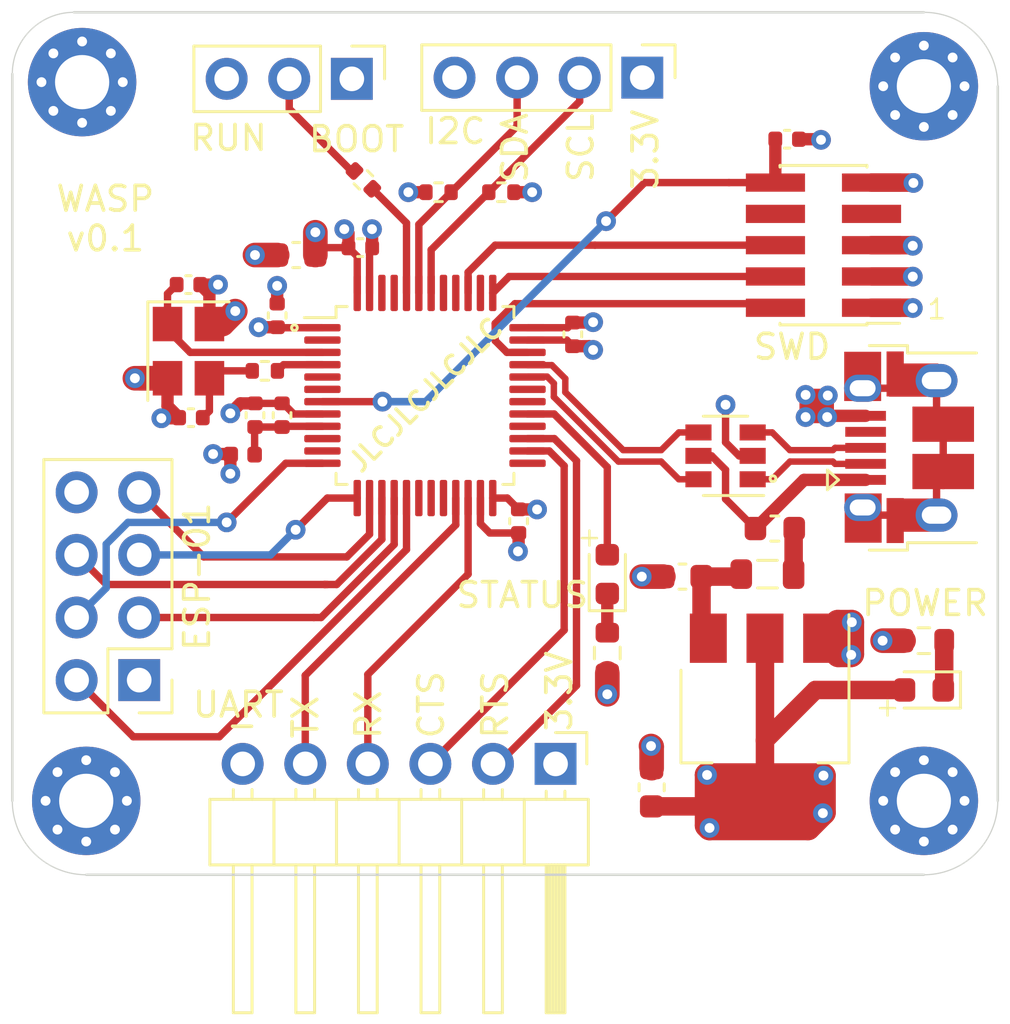
<source format=kicad_pcb>
(kicad_pcb (version 20171130) (host pcbnew 5.1.9-1.fc33)
  (layers (0 F.Cu signal) (1 In1.Cu power) (2 In2.Cu power) (31 B.Cu signal) (34 B.Paste user) (35 F.Paste user) (36 B.SilkS user) (37 F.SilkS user) (38 B.Mask user) (39 F.Mask user) (44 Edge.Cuts user))
  (net 0 "")
  (net 1 "Net-(C1-Pad1)")
  (net 2 GND)
  (net 3 VCC_3V3)
  (net 4 HSE_IN)
  (net 5 +3.3VA)
  (net 6 NRST)
  (net 7 LED_STATUS)
  (net 8 "Net-(D1-Pad1)")
  (net 9 "Net-(D2-Pad1)")
  (net 10 "Net-(F1-Pad1)")
  (net 11 +5V)
  (net 12 "Net-(J1-Pad6)")
  (net 13 USB_CONN_D-)
  (net 14 USB_CONN_D+)
  (net 15 "Net-(J1-Pad4)")
  (net 16 "Net-(J2-Pad7)")
  (net 17 SWDIO)
  (net 18 SWCLK)
  (net 19 SWO)
  (net 20 "Net-(J2-Pad8)")
  (net 21 ESP_GPIO2)
  (net 22 RXD)
  (net 23 CH_PD)
  (net 24 ESP_GPIO0)
  (net 25 TXD)
  (net 26 ESP_RESET)
  (net 27 I2C1_SCl)
  (net 28 I2C1_SDA)
  (net 29 USART3_TX)
  (net 30 USART3_RX)
  (net 31 USART3_CTS)
  (net 32 USART3_RTS)
  (net 33 "Net-(JP1-Pad2)")
  (net 34 BOOT0)
  (net 35 HSE_OUT)
  (net 36 "Net-(U1-Pad2)")
  (net 37 "Net-(U1-Pad5)")
  (net 38 "Net-(U1-Pad6)")
  (net 39 "Net-(U1-Pad11)")
  (net 40 "Net-(U1-Pad18)")
  (net 41 "Net-(U1-Pad19)")
  (net 42 "Net-(U1-Pad20)")
  (net 43 "Net-(U1-Pad25)")
  (net 44 "Net-(U1-Pad28)")
  (net 45 "Net-(U1-Pad30)")
  (net 46 "Net-(U1-Pad31)")
  (net 47 USB_D-)
  (net 48 USB_D+)
  (net 49 "Net-(U1-Pad38)")
  (net 50 "Net-(U1-Pad40)")
  (net 51 "Net-(U1-Pad41)")
  (net 52 "Net-(U1-Pad45)")
  (net 53 "Net-(U1-Pad46)")
  (net 54 "Net-(C11-Pad1)")
  (net 55 "Net-(U1-Pad10)")
  (module Resistor_SMD:R_0603_1608Metric (layer F.Cu) (at 214.15 122 90)
    (fp_text reference R2)
    (fp_text value 1k5)
    (pad 1 smd roundrect (at -0.825 0 90) (size 0.8 0.95) (layers F.Cu F.Paste F.Mask) (net 2 GND))
    (pad 2 smd roundrect (at 0.825 0 90) (size 0.8 0.95) (layers F.Cu F.Paste F.Mask) (net 8 "Net-(D1-Pad1)"))
  )
  (module Capacitor_SMD:C_0603_1608Metric (layer F.Cu) (at 217.2 118.9 180)
    (fp_text reference C1)
    (fp_text value 10uF)
    (pad 1 smd roundrect (at -0.775 0 180) (size 0.9 0.95) (layers F.Cu F.Paste F.Mask) (net 1 "Net-(C1-Pad1)"))
    (pad 2 smd roundrect (at 0.775 0 180) (size 0.9 0.95) (layers F.Cu F.Paste F.Mask) (net 2 GND))
  )
  (module Capacitor_SMD:C_0603_1608Metric (layer F.Cu) (at 215.95 127.45 90)
    (fp_text reference C2)
    (fp_text value 22uF)
    (pad 1 smd roundrect (at -0.775 0 90) (size 0.9 0.95) (layers F.Cu F.Paste F.Mask) (net 3 VCC_3V3))
    (pad 2 smd roundrect (at 0.775 0 90) (size 0.9 0.95) (layers F.Cu F.Paste F.Mask) (net 2 GND))
  )
  (module Capacitor_SMD:C_0603_1608Metric (layer F.Cu) (at 201.525 105.85 180)
    (fp_text reference C3)
    (fp_text value 10uF)
    (pad 2 smd roundrect (at 0.775 0 180) (size 0.9 0.95) (layers F.Cu F.Paste F.Mask) (net 2 GND))
    (pad 1 smd roundrect (at -0.775 0 180) (size 0.9 0.95) (layers F.Cu F.Paste F.Mask) (net 3 VCC_3V3))
  )
  (module Capacitor_SMD:C_0402_1005Metric (layer F.Cu) (at 204.125 105.55)
    (fp_text reference C4)
    (fp_text value 100nF)
    (pad 2 smd roundrect (at 0.48 0) (size 0.56 0.62) (layers F.Cu F.Paste F.Mask) (net 2 GND))
    (pad 1 smd roundrect (at -0.48 0) (size 0.56 0.62) (layers F.Cu F.Paste F.Mask) (net 3 VCC_3V3))
  )
  (module Capacitor_SMD:C_0402_1005Metric (layer F.Cu) (at 210.55 116.65 270)
    (fp_text reference C5)
    (fp_text value 100nF)
    (pad 1 smd roundrect (at -0.48 0 270) (size 0.56 0.62) (layers F.Cu F.Paste F.Mask) (net 3 VCC_3V3))
    (pad 2 smd roundrect (at 0.48 0 270) (size 0.56 0.62) (layers F.Cu F.Paste F.Mask) (net 2 GND))
  )
  (module Capacitor_SMD:C_0402_1005Metric (layer F.Cu) (at 212.75 109.07 270)
    (fp_text reference C6)
    (fp_text value 100nF)
    (pad 2 smd roundrect (at 0.48 0 270) (size 0.56 0.62) (layers F.Cu F.Paste F.Mask) (net 2 GND))
    (pad 1 smd roundrect (at -0.48 0 270) (size 0.56 0.62) (layers F.Cu F.Paste F.Mask) (net 3 VCC_3V3))
  )
  (module Capacitor_SMD:C_0402_1005Metric (layer F.Cu) (at 200.75 108.3 90)
    (fp_text reference C7)
    (fp_text value 100nF)
    (pad 1 smd roundrect (at -0.48 0 90) (size 0.56 0.62) (layers F.Cu F.Paste F.Mask) (net 3 VCC_3V3))
    (pad 2 smd roundrect (at 0.48 0 90) (size 0.56 0.62) (layers F.Cu F.Paste F.Mask) (net 2 GND))
  )
  (module Capacitor_SMD:C_0402_1005Metric (layer F.Cu) (at 197.15 107.05)
    (fp_text reference C8)
    (fp_text value 12pF)
    (pad 2 smd roundrect (at 0.48 0) (size 0.56 0.62) (layers F.Cu F.Paste F.Mask) (net 2 GND))
    (pad 1 smd roundrect (at -0.48 0) (size 0.56 0.62) (layers F.Cu F.Paste F.Mask) (net 4 HSE_IN))
  )
  (module Capacitor_SMD:C_0402_1005Metric (layer F.Cu) (at 200.95 112.35 90)
    (fp_text reference C9)
    (fp_text value 1uF)
    (pad 1 smd roundrect (at -0.48 0 90) (size 0.56 0.62) (layers F.Cu F.Paste F.Mask) (net 5 +3.3VA))
    (pad 2 smd roundrect (at 0.48 0 90) (size 0.56 0.62) (layers F.Cu F.Paste F.Mask) (net 2 GND))
  )
  (module Capacitor_SMD:C_0402_1005Metric (layer F.Cu) (at 199.85 112.35 90)
    (fp_text reference C10)
    (fp_text value 100nF)
    (pad 2 smd roundrect (at 0.48 0 90) (size 0.56 0.62) (layers F.Cu F.Paste F.Mask) (net 2 GND))
    (pad 1 smd roundrect (at -0.48 0 90) (size 0.56 0.62) (layers F.Cu F.Paste F.Mask) (net 5 +3.3VA))
  )
  (module Capacitor_SMD:C_0402_1005Metric (layer F.Cu) (at 197.25 112.45 180)
    (fp_text reference C11)
    (fp_text value 12pF)
    (pad 1 smd roundrect (at -0.48 0 180) (size 0.56 0.62) (layers F.Cu F.Paste F.Mask) (net 54 "Net-(C11-Pad1)"))
    (pad 2 smd roundrect (at 0.48 0 180) (size 0.56 0.62) (layers F.Cu F.Paste F.Mask) (net 2 GND))
  )
  (module Capacitor_SMD:C_0402_1005Metric (layer F.Cu) (at 221.45 101.15)
    (fp_text reference C12)
    (fp_text value 100nF)
    (pad 1 smd roundrect (at -0.48 0) (size 0.56 0.62) (layers F.Cu F.Paste F.Mask) (net 6 NRST))
    (pad 2 smd roundrect (at 0.48 0) (size 0.56 0.62) (layers F.Cu F.Paste F.Mask) (net 2 GND))
  )
  (module LED_SMD:LED_0603_1608Metric (layer F.Cu) (at 214.15 118.8 90)
    (fp_text reference D1)
    (fp_text value BLUE)
    (pad 2 smd roundrect (at 0.7875 0 90) (size 0.875 0.95) (layers F.Cu F.Paste F.Mask) (net 7 LED_STATUS))
    (pad 1 smd roundrect (at -0.7875 0 90) (size 0.875 0.95) (layers F.Cu F.Paste F.Mask) (net 8 "Net-(D1-Pad1)"))
  )
  (module LED_SMD:LED_0603_1608Metric (layer F.Cu) (at 227 123.5 180)
    (fp_text reference D2)
    (fp_text value RED)
    (pad 1 smd roundrect (at -0.7875 0 180) (size 0.875 0.95) (layers F.Cu F.Paste F.Mask) (net 9 "Net-(D2-Pad1)"))
    (pad 2 smd roundrect (at 0.7875 0 180) (size 0.875 0.95) (layers F.Cu F.Paste F.Mask) (net 3 VCC_3V3))
  )
  (module Fuse:Fuse_0603_1608Metric (layer F.Cu) (at 220.95 116.95 180)
    (fp_text reference F1)
    (fp_text value 400mA)
    (pad 1 smd roundrect (at -0.7875 0 180) (size 0.875 0.95) (layers F.Cu F.Paste F.Mask) (net 10 "Net-(F1-Pad1)"))
    (pad 2 smd roundrect (at 0.7875 0 180) (size 0.875 0.95) (layers F.Cu F.Paste F.Mask) (net 11 +5V))
  )
  (module Inductor_SMD:L_0805_2012Metric (layer F.Cu) (at 220.65 118.8)
    (fp_text reference FB1)
    (fp_text value "100 @ 100MHz")
    (pad 1 smd roundrect (at -1.0625 0) (size 0.875 1.2) (layers F.Cu F.Paste F.Mask) (net 1 "Net-(C1-Pad1)"))
    (pad 2 smd roundrect (at 1.0625 0) (size 0.875 1.2) (layers F.Cu F.Paste F.Mask) (net 10 "Net-(F1-Pad1)"))
  )
  (module Connector_PinHeader_2.54mm:PinHeader_1x04_P2.54mm_Vertical (layer F.Cu) (at 215.57 98.65 270)
    (fp_text reference J4)
    (fp_text value I2C)
    (pad 1 thru_hole rect (at 0 0 270) (size 1.7 1.7) (drill 1) (layers *.Cu *.Mask) (net 3 VCC_3V3))
    (pad 2 thru_hole oval (at 0 2.54 270) (size 1.7 1.7) (drill 1) (layers *.Cu *.Mask) (net 27 I2C1_SCl))
    (pad 3 thru_hole oval (at 0 5.08 270) (size 1.7 1.7) (drill 1) (layers *.Cu *.Mask) (net 28 I2C1_SDA))
    (pad 4 thru_hole oval (at 0 7.62 270) (size 1.7 1.7) (drill 1) (layers *.Cu *.Mask) (net 2 GND))
  )
  (module Connector_PinHeader_2.54mm:PinHeader_1x06_P2.54mm_Horizontal (layer F.Cu) (at 212.05 126.5 270)
    (fp_text reference J5)
    (fp_text value USART)
    (pad 1 thru_hole rect (at 0 0 270) (size 1.7 1.7) (drill 1) (layers *.Cu *.Mask) (net 3 VCC_3V3))
    (pad 2 thru_hole oval (at 0 2.54 270) (size 1.7 1.7) (drill 1) (layers *.Cu *.Mask) (net 32 USART3_RTS))
    (pad 3 thru_hole oval (at 0 5.08 270) (size 1.7 1.7) (drill 1) (layers *.Cu *.Mask) (net 31 USART3_CTS))
    (pad 4 thru_hole oval (at 0 7.62 270) (size 1.7 1.7) (drill 1) (layers *.Cu *.Mask) (net 30 USART3_RX))
    (pad 5 thru_hole oval (at 0 10.16 270) (size 1.7 1.7) (drill 1) (layers *.Cu *.Mask) (net 29 USART3_TX))
    (pad 6 thru_hole oval (at 0 12.7 270) (size 1.7 1.7) (drill 1) (layers *.Cu *.Mask) (net 2 GND))
  )
  (module Connector_PinHeader_2.54mm:PinHeader_1x03_P2.54mm_Vertical (layer F.Cu) (at 203.78 98.7 270)
    (fp_text reference JP1)
    (fp_text value "BOOT Selector")
    (pad 1 thru_hole rect (at 0 0 270) (size 1.7 1.7) (drill 1) (layers *.Cu *.Mask) (net 3 VCC_3V3))
    (pad 2 thru_hole oval (at 0 2.54 270) (size 1.7 1.7) (drill 1) (layers *.Cu *.Mask) (net 33 "Net-(JP1-Pad2)"))
    (pad 3 thru_hole oval (at 0 5.08 270) (size 1.7 1.7) (drill 1) (layers *.Cu *.Mask) (net 2 GND))
  )
  (module Inductor_SMD:L_0402_1005Metric (layer F.Cu) (at 199.35 113.95)
    (fp_text reference L1)
    (fp_text value 39nH)
    (pad 1 smd roundrect (at -0.485 0) (size 0.59 0.64) (layers F.Cu F.Paste F.Mask) (net 3 VCC_3V3))
    (pad 2 smd roundrect (at 0.485 0) (size 0.59 0.64) (layers F.Cu F.Paste F.Mask) (net 5 +3.3VA))
  )
  (module Resistor_SMD:R_0402_1005Metric (layer F.Cu) (at 204.25 102.8 315)
    (fp_text reference R1)
    (fp_text value 10k)
    (pad 1 smd roundrect (at -0.51 0 315) (size 0.54 0.64) (layers F.Cu F.Paste F.Mask) (net 33 "Net-(JP1-Pad2)"))
    (pad 2 smd roundrect (at 0.51 0 315) (size 0.54 0.64) (layers F.Cu F.Paste F.Mask) (net 34 BOOT0))
  )
  (module Resistor_SMD:R_0603_1608Metric (layer F.Cu) (at 227 121.5)
    (fp_text reference R3)
    (fp_text value 1k)
    (pad 2 smd roundrect (at 0.825 0) (size 0.8 0.95) (layers F.Cu F.Paste F.Mask) (net 9 "Net-(D2-Pad1)"))
    (pad 1 smd roundrect (at -0.825 0) (size 0.8 0.95) (layers F.Cu F.Paste F.Mask) (net 2 GND))
  )
  (module Resistor_SMD:R_0402_1005Metric (layer F.Cu) (at 200.25 110.55 180)
    (fp_text reference R4)
    (fp_text value 47)
    (pad 2 smd roundrect (at 0.51 0 180) (size 0.54 0.64) (layers F.Cu F.Paste F.Mask) (net 54 "Net-(C11-Pad1)"))
    (pad 1 smd roundrect (at -0.51 0 180) (size 0.54 0.64) (layers F.Cu F.Paste F.Mask) (net 35 HSE_OUT))
  )
  (module Resistor_SMD:R_0402_1005Metric (layer F.Cu) (at 209.85 103.3)
    (fp_text reference R5)
    (fp_text value 2k2)
    (pad 1 smd roundrect (at -0.51 0) (size 0.54 0.64) (layers F.Cu F.Paste F.Mask) (net 27 I2C1_SCl))
    (pad 2 smd roundrect (at 0.51 0) (size 0.54 0.64) (layers F.Cu F.Paste F.Mask) (net 3 VCC_3V3))
  )
  (module Resistor_SMD:R_0402_1005Metric (layer F.Cu) (at 207.3 103.3 180)
    (fp_text reference R6)
    (fp_text value 2k2)
    (pad 2 smd roundrect (at 0.51 0 180) (size 0.54 0.64) (layers F.Cu F.Paste F.Mask) (net 3 VCC_3V3))
    (pad 1 smd roundrect (at -0.51 0 180) (size 0.54 0.64) (layers F.Cu F.Paste F.Mask) (net 28 I2C1_SDA))
  )
  (module Package_QFP:LQFP-48_7x7mm_P0.5mm (layer F.Cu) (at 206.75 111.55)
    (fp_text reference U1)
    (fp_text value STM32F103C8Tx)
    (pad 1 smd roundrect (at -4.1625 -2.75) (size 1.475 0.3) (layers F.Cu F.Paste F.Mask) (net 3 VCC_3V3))
    (pad 2 smd roundrect (at -4.1625 -2.25) (size 1.475 0.3) (layers F.Cu F.Paste F.Mask) (net 36 "Net-(U1-Pad2)"))
    (pad 3 smd roundrect (at -4.1625 -1.75) (size 1.475 0.3) (layers F.Cu F.Paste F.Mask) (net 4 HSE_IN))
    (pad 4 smd roundrect (at -4.1625 -1.25) (size 1.475 0.3) (layers F.Cu F.Paste F.Mask) (net 35 HSE_OUT))
    (pad 5 smd roundrect (at -4.1625 -0.75) (size 1.475 0.3) (layers F.Cu F.Paste F.Mask) (net 37 "Net-(U1-Pad5)"))
    (pad 6 smd roundrect (at -4.1625 -0.25) (size 1.475 0.3) (layers F.Cu F.Paste F.Mask) (net 38 "Net-(U1-Pad6)"))
    (pad 7 smd roundrect (at -4.1625 0.25) (size 1.475 0.3) (layers F.Cu F.Paste F.Mask) (net 6 NRST))
    (pad 8 smd roundrect (at -4.1625 0.75) (size 1.475 0.3) (layers F.Cu F.Paste F.Mask) (net 2 GND))
    (pad 9 smd roundrect (at -4.1625 1.25) (size 1.475 0.3) (layers F.Cu F.Paste F.Mask) (net 5 +3.3VA))
    (pad 10 smd roundrect (at -4.1625 1.75) (size 1.475 0.3) (layers F.Cu F.Paste F.Mask) (net 55 "Net-(U1-Pad10)"))
    (pad 11 smd roundrect (at -4.1625 2.25) (size 1.475 0.3) (layers F.Cu F.Paste F.Mask) (net 39 "Net-(U1-Pad11)"))
    (pad 12 smd roundrect (at -4.1625 2.75) (size 1.475 0.3) (layers F.Cu F.Paste F.Mask) (net 22 RXD))
    (pad 13 smd roundrect (at -2.75 4.1625) (size 0.3 1.475) (layers F.Cu F.Paste F.Mask) (net 25 TXD))
    (pad 14 smd roundrect (at -2.25 4.1625) (size 0.3 1.475) (layers F.Cu F.Paste F.Mask) (net 26 ESP_RESET))
    (pad 15 smd roundrect (at -1.75 4.1625) (size 0.3 1.475) (layers F.Cu F.Paste F.Mask) (net 23 CH_PD))
    (pad 16 smd roundrect (at -1.25 4.1625) (size 0.3 1.475) (layers F.Cu F.Paste F.Mask) (net 24 ESP_GPIO0))
    (pad 17 smd roundrect (at -0.75 4.1625) (size 0.3 1.475) (layers F.Cu F.Paste F.Mask) (net 21 ESP_GPIO2))
    (pad 18 smd roundrect (at -0.25 4.1625) (size 0.3 1.475) (layers F.Cu F.Paste F.Mask) (net 40 "Net-(U1-Pad18)"))
    (pad 19 smd roundrect (at 0.25 4.1625) (size 0.3 1.475) (layers F.Cu F.Paste F.Mask) (net 41 "Net-(U1-Pad19)"))
    (pad 20 smd roundrect (at 0.75 4.1625) (size 0.3 1.475) (layers F.Cu F.Paste F.Mask) (net 42 "Net-(U1-Pad20)"))
    (pad 21 smd roundrect (at 1.25 4.1625) (size 0.3 1.475) (layers F.Cu F.Paste F.Mask) (net 29 USART3_TX))
    (pad 22 smd roundrect (at 1.75 4.1625) (size 0.3 1.475) (layers F.Cu F.Paste F.Mask) (net 30 USART3_RX))
    (pad 23 smd roundrect (at 2.25 4.1625) (size 0.3 1.475) (layers F.Cu F.Paste F.Mask) (net 2 GND))
    (pad 24 smd roundrect (at 2.75 4.1625) (size 0.3 1.475) (layers F.Cu F.Paste F.Mask) (net 3 VCC_3V3))
    (pad 25 smd roundrect (at 4.1625 2.75) (size 1.475 0.3) (layers F.Cu F.Paste F.Mask) (net 43 "Net-(U1-Pad25)"))
    (pad 26 smd roundrect (at 4.1625 2.25) (size 1.475 0.3) (layers F.Cu F.Paste F.Mask) (net 31 USART3_CTS))
    (pad 27 smd roundrect (at 4.1625 1.75) (size 1.475 0.3) (layers F.Cu F.Paste F.Mask) (net 32 USART3_RTS))
    (pad 28 smd roundrect (at 4.1625 1.25) (size 1.475 0.3) (layers F.Cu F.Paste F.Mask) (net 44 "Net-(U1-Pad28)"))
    (pad 29 smd roundrect (at 4.1625 0.75) (size 1.475 0.3) (layers F.Cu F.Paste F.Mask) (net 7 LED_STATUS))
    (pad 30 smd roundrect (at 4.1625 0.25) (size 1.475 0.3) (layers F.Cu F.Paste F.Mask) (net 45 "Net-(U1-Pad30)"))
    (pad 31 smd roundrect (at 4.1625 -0.25) (size 1.475 0.3) (layers F.Cu F.Paste F.Mask) (net 46 "Net-(U1-Pad31)"))
    (pad 32 smd roundrect (at 4.1625 -0.75) (size 1.475 0.3) (layers F.Cu F.Paste F.Mask) (net 47 USB_D-))
    (pad 33 smd roundrect (at 4.1625 -1.25) (size 1.475 0.3) (layers F.Cu F.Paste F.Mask) (net 48 USB_D+))
    (pad 34 smd roundrect (at 4.1625 -1.75) (size 1.475 0.3) (layers F.Cu F.Paste F.Mask) (net 17 SWDIO))
    (pad 35 smd roundrect (at 4.1625 -2.25) (size 1.475 0.3) (layers F.Cu F.Paste F.Mask) (net 2 GND))
    (pad 36 smd roundrect (at 4.1625 -2.75) (size 1.475 0.3) (layers F.Cu F.Paste F.Mask) (net 3 VCC_3V3))
    (pad 37 smd roundrect (at 2.75 -4.1625) (size 0.3 1.475) (layers F.Cu F.Paste F.Mask) (net 18 SWCLK))
    (pad 38 smd roundrect (at 2.25 -4.1625) (size 0.3 1.475) (layers F.Cu F.Paste F.Mask) (net 49 "Net-(U1-Pad38)"))
    (pad 39 smd roundrect (at 1.75 -4.1625) (size 0.3 1.475) (layers F.Cu F.Paste F.Mask) (net 19 SWO))
    (pad 40 smd roundrect (at 1.25 -4.1625) (size 0.3 1.475) (layers F.Cu F.Paste F.Mask) (net 50 "Net-(U1-Pad40)"))
    (pad 41 smd roundrect (at 0.75 -4.1625) (size 0.3 1.475) (layers F.Cu F.Paste F.Mask) (net 51 "Net-(U1-Pad41)"))
    (pad 42 smd roundrect (at 0.25 -4.1625) (size 0.3 1.475) (layers F.Cu F.Paste F.Mask) (net 27 I2C1_SCl))
    (pad 43 smd roundrect (at -0.25 -4.1625) (size 0.3 1.475) (layers F.Cu F.Paste F.Mask) (net 28 I2C1_SDA))
    (pad 44 smd roundrect (at -0.75 -4.1625) (size 0.3 1.475) (layers F.Cu F.Paste F.Mask) (net 34 BOOT0))
    (pad 45 smd roundrect (at -1.25 -4.1625) (size 0.3 1.475) (layers F.Cu F.Paste F.Mask) (net 52 "Net-(U1-Pad45)"))
    (pad 46 smd roundrect (at -1.75 -4.1625) (size 0.3 1.475) (layers F.Cu F.Paste F.Mask) (net 53 "Net-(U1-Pad46)"))
    (pad 47 smd roundrect (at -2.25 -4.1625) (size 0.3 1.475) (layers F.Cu F.Paste F.Mask) (net 2 GND))
    (pad 48 smd roundrect (at -2.75 -4.1625) (size 0.3 1.475) (layers F.Cu F.Paste F.Mask) (net 3 VCC_3V3))
  )
  (module Package_TO_SOT_SMD:SOT-223-3_TabPin2 (layer F.Cu) (at 220.55 124.55 270)
    (fp_text reference U2)
    (fp_text value AMS1117-3.3)
    (pad 2 smd rect (at 3.15 0 270) (size 2 3.8) (layers F.Cu F.Paste F.Mask) (net 3 VCC_3V3))
    (pad 2 smd rect (at -3.15 0 270) (size 2 1.5) (layers F.Cu F.Paste F.Mask) (net 3 VCC_3V3))
    (pad 3 smd rect (at -3.15 2.3 270) (size 2 1.5) (layers F.Cu F.Paste F.Mask) (net 1 "Net-(C1-Pad1)"))
    (pad 1 smd rect (at -3.15 -2.3 270) (size 2 1.5) (layers F.Cu F.Paste F.Mask) (net 2 GND))
  )
  (module Package_TO_SOT_SMD:SOT-23-6 (layer F.Cu) (at 218.95 114 180)
    (fp_text reference U3)
    (fp_text value USBLC6-2SC6)
    (pad 1 smd rect (at -1.1 -0.95 180) (size 1.06 0.65) (layers F.Cu F.Paste F.Mask) (net 13 USB_CONN_D-))
    (pad 2 smd rect (at -1.1 0 180) (size 1.06 0.65) (layers F.Cu F.Paste F.Mask) (net 2 GND))
    (pad 3 smd rect (at -1.1 0.95 180) (size 1.06 0.65) (layers F.Cu F.Paste F.Mask) (net 14 USB_CONN_D+))
    (pad 4 smd rect (at 1.1 0.95 180) (size 1.06 0.65) (layers F.Cu F.Paste F.Mask) (net 48 USB_D+))
    (pad 6 smd rect (at 1.1 -0.95 180) (size 1.06 0.65) (layers F.Cu F.Paste F.Mask) (net 47 USB_D-))
    (pad 5 smd rect (at 1.1 0 180) (size 1.06 0.65) (layers F.Cu F.Paste F.Mask) (net 11 +5V))
  )
  (module Crystal:Crystal_SMD_3225-4Pin_3.2x2.5mm (layer F.Cu) (at 197.15 109.75 270)
    (fp_text reference Y1)
    (fp_text value 16MHz)
    (pad 1 smd rect (at -1.1 0.85 270) (size 1.4 1.2) (layers F.Cu F.Paste F.Mask) (net 4 HSE_IN))
    (pad 2 smd rect (at 1.1 0.85 270) (size 1.4 1.2) (layers F.Cu F.Paste F.Mask) (net 2 GND))
    (pad 3 smd rect (at 1.1 -0.85 270) (size 1.4 1.2) (layers F.Cu F.Paste F.Mask) (net 54 "Net-(C11-Pad1)"))
    (pad 4 smd rect (at -1.1 -0.85 270) (size 1.4 1.2) (layers F.Cu F.Paste F.Mask) (net 2 GND))
  )
  (module Connector_PinHeader_2.54mm:PinHeader_2x04_P2.54mm_Vertical (layer F.Cu) (at 195.15 123.1 180)
    (fp_text reference J3)
    (fp_text value "ESP-01 Connector")
    (pad 1 thru_hole rect (at 0 0 180) (size 1.7 1.7) (drill 1) (layers *.Cu *.Mask) (net 2 GND))
    (pad 2 thru_hole oval (at 2.54 0 180) (size 1.7 1.7) (drill 1) (layers *.Cu *.Mask) (net 21 ESP_GPIO2))
    (pad 3 thru_hole oval (at 0 2.54 180) (size 1.7 1.7) (drill 1) (layers *.Cu *.Mask) (net 24 ESP_GPIO0))
    (pad 4 thru_hole oval (at 2.54 2.54 180) (size 1.7 1.7) (drill 1) (layers *.Cu *.Mask) (net 22 RXD))
    (pad 5 thru_hole oval (at 0 5.08 180) (size 1.7 1.7) (drill 1) (layers *.Cu *.Mask) (net 25 TXD))
    (pad 6 thru_hole oval (at 2.54 5.08 180) (size 1.7 1.7) (drill 1) (layers *.Cu *.Mask) (net 23 CH_PD))
    (pad 7 thru_hole oval (at 0 7.62 180) (size 1.7 1.7) (drill 1) (layers *.Cu *.Mask) (net 26 ESP_RESET))
    (pad 8 thru_hole oval (at 2.54 7.62 180) (size 1.7 1.7) (drill 1) (layers *.Cu *.Mask) (net 3 VCC_3V3))
  )
  (module MountingHole:MountingHole_2.2mm_M2_Pad_Via (layer F.Cu) (at 192.833274 98.833274)
    (fp_text reference H1)
    (fp_text value MountingHole_Pad)
    (pad 1 thru_hole circle (at 1.166726 -1.166726) (size 0.7 0.7) (drill 0.4) (layers *.Cu *.Mask) (net 2 GND))
    (pad 1 thru_hole circle (at 0 -1.65) (size 0.7 0.7) (drill 0.4) (layers *.Cu *.Mask) (net 2 GND))
    (pad 1 thru_hole circle (at -1.166726 -1.166726) (size 0.7 0.7) (drill 0.4) (layers *.Cu *.Mask) (net 2 GND))
    (pad 1 thru_hole circle (at -1.65 0) (size 0.7 0.7) (drill 0.4) (layers *.Cu *.Mask) (net 2 GND))
    (pad 1 thru_hole circle (at -1.166726 1.166726) (size 0.7 0.7) (drill 0.4) (layers *.Cu *.Mask) (net 2 GND))
    (pad 1 thru_hole circle (at 0 1.65) (size 0.7 0.7) (drill 0.4) (layers *.Cu *.Mask) (net 2 GND))
    (pad 1 thru_hole circle (at 1.166726 1.166726) (size 0.7 0.7) (drill 0.4) (layers *.Cu *.Mask) (net 2 GND))
    (pad 1 thru_hole circle (at 1.65 0) (size 0.7 0.7) (drill 0.4) (layers *.Cu *.Mask) (net 2 GND))
    (pad 1 thru_hole circle (at 0 0) (size 4.4 4.4) (drill 2.2) (layers *.Cu *.Mask) (net 2 GND))
  )
  (module MountingHole:MountingHole_2.2mm_M2_Pad_Via (layer F.Cu) (at 227 99)
    (fp_text reference H2)
    (fp_text value MountingHole_Pad)
    (pad 1 thru_hole circle (at 0 0) (size 4.4 4.4) (drill 2.2) (layers *.Cu *.Mask) (net 2 GND))
    (pad 1 thru_hole circle (at 1.65 0) (size 0.7 0.7) (drill 0.4) (layers *.Cu *.Mask) (net 2 GND))
    (pad 1 thru_hole circle (at 1.166726 1.166726) (size 0.7 0.7) (drill 0.4) (layers *.Cu *.Mask) (net 2 GND))
    (pad 1 thru_hole circle (at 0 1.65) (size 0.7 0.7) (drill 0.4) (layers *.Cu *.Mask) (net 2 GND))
    (pad 1 thru_hole circle (at -1.166726 1.166726) (size 0.7 0.7) (drill 0.4) (layers *.Cu *.Mask) (net 2 GND))
    (pad 1 thru_hole circle (at -1.65 0) (size 0.7 0.7) (drill 0.4) (layers *.Cu *.Mask) (net 2 GND))
    (pad 1 thru_hole circle (at -1.166726 -1.166726) (size 0.7 0.7) (drill 0.4) (layers *.Cu *.Mask) (net 2 GND))
    (pad 1 thru_hole circle (at 0 -1.65) (size 0.7 0.7) (drill 0.4) (layers *.Cu *.Mask) (net 2 GND))
    (pad 1 thru_hole circle (at 1.166726 -1.166726) (size 0.7 0.7) (drill 0.4) (layers *.Cu *.Mask) (net 2 GND))
  )
  (module MountingHole:MountingHole_2.2mm_M2_Pad_Via (layer F.Cu) (at 227 128)
    (fp_text reference H3)
    (fp_text value MountingHole_Pad)
    (pad 1 thru_hole circle (at 1.166726 -1.166726) (size 0.7 0.7) (drill 0.4) (layers *.Cu *.Mask) (net 2 GND))
    (pad 1 thru_hole circle (at 0 -1.65) (size 0.7 0.7) (drill 0.4) (layers *.Cu *.Mask) (net 2 GND))
    (pad 1 thru_hole circle (at -1.166726 -1.166726) (size 0.7 0.7) (drill 0.4) (layers *.Cu *.Mask) (net 2 GND))
    (pad 1 thru_hole circle (at -1.65 0) (size 0.7 0.7) (drill 0.4) (layers *.Cu *.Mask) (net 2 GND))
    (pad 1 thru_hole circle (at -1.166726 1.166726) (size 0.7 0.7) (drill 0.4) (layers *.Cu *.Mask) (net 2 GND))
    (pad 1 thru_hole circle (at 0 1.65) (size 0.7 0.7) (drill 0.4) (layers *.Cu *.Mask) (net 2 GND))
    (pad 1 thru_hole circle (at 1.166726 1.166726) (size 0.7 0.7) (drill 0.4) (layers *.Cu *.Mask) (net 2 GND))
    (pad 1 thru_hole circle (at 1.65 0) (size 0.7 0.7) (drill 0.4) (layers *.Cu *.Mask) (net 2 GND))
    (pad 1 thru_hole circle (at 0 0) (size 4.4 4.4) (drill 2.2) (layers *.Cu *.Mask) (net 2 GND))
  )
  (module MountingHole:MountingHole_2.2mm_M2_Pad_Via (layer F.Cu) (at 193 128)
    (fp_text reference H4)
    (fp_text value MountingHole_Pad)
    (pad 1 thru_hole circle (at 0 0) (size 4.4 4.4) (drill 2.2) (layers *.Cu *.Mask) (net 2 GND))
    (pad 1 thru_hole circle (at 1.65 0) (size 0.7 0.7) (drill 0.4) (layers *.Cu *.Mask) (net 2 GND))
    (pad 1 thru_hole circle (at 1.166726 1.166726) (size 0.7 0.7) (drill 0.4) (layers *.Cu *.Mask) (net 2 GND))
    (pad 1 thru_hole circle (at 0 1.65) (size 0.7 0.7) (drill 0.4) (layers *.Cu *.Mask) (net 2 GND))
    (pad 1 thru_hole circle (at -1.166726 1.166726) (size 0.7 0.7) (drill 0.4) (layers *.Cu *.Mask) (net 2 GND))
    (pad 1 thru_hole circle (at -1.65 0) (size 0.7 0.7) (drill 0.4) (layers *.Cu *.Mask) (net 2 GND))
    (pad 1 thru_hole circle (at -1.166726 -1.166726) (size 0.7 0.7) (drill 0.4) (layers *.Cu *.Mask) (net 2 GND))
    (pad 1 thru_hole circle (at 0 -1.65) (size 0.7 0.7) (drill 0.4) (layers *.Cu *.Mask) (net 2 GND))
    (pad 1 thru_hole circle (at 1.166726 -1.166726) (size 0.7 0.7) (drill 0.4) (layers *.Cu *.Mask) (net 2 GND))
  )
  (module Connector_USB:USB_Micro-B_Amphenol_10103594-0001LF_Horizontal (layer F.Cu) (at 226.4 113.65 90)
    (fp_text reference J1)
    (fp_text value USB_B_Micro)
    (pad 6 smd rect (at 2.725 0.185 90) (size 1.35 2) (layers F.Cu F.Paste F.Mask) (net 12 "Net-(J1-Pad6)"))
    (pad 6 smd rect (at -2.755 0.185 90) (size 1.35 2) (layers F.Cu F.Paste F.Mask) (net 12 "Net-(J1-Pad6)"))
    (pad 6 smd rect (at -2.975 -0.565 90) (size 1.825 0.7) (layers F.Cu F.Paste F.Mask) (net 12 "Net-(J1-Pad6)"))
    (pad 6 smd rect (at 2.975 -0.565 90) (size 1.825 0.7) (layers F.Cu F.Paste F.Mask) (net 12 "Net-(J1-Pad6)"))
    (pad 6 smd rect (at -2.875 -1.865 90) (size 2 1.5) (layers F.Cu F.Paste F.Mask) (net 12 "Net-(J1-Pad6)"))
    (pad 6 smd rect (at 2.875 -1.885 90) (size 2 1.5) (layers F.Cu F.Paste F.Mask) (net 12 "Net-(J1-Pad6)"))
    (pad 1 smd rect (at -1.325 -1.765 180) (size 1.65 0.4) (layers F.Cu F.Paste F.Mask) (net 11 +5V))
    (pad 2 smd rect (at -0.675 -1.765 180) (size 1.65 0.4) (layers F.Cu F.Paste F.Mask) (net 13 USB_CONN_D-))
    (pad 3 smd rect (at -0.025 -1.765 180) (size 1.65 0.4) (layers F.Cu F.Paste F.Mask) (net 14 USB_CONN_D+))
    (pad 4 smd rect (at 0.625 -1.765 180) (size 1.65 0.4) (layers F.Cu F.Paste F.Mask) (net 15 "Net-(J1-Pad4)"))
    (pad 5 smd rect (at 1.275 -1.765 180) (size 1.65 0.4) (layers F.Cu F.Paste F.Mask) (net 2 GND))
    (pad 6 thru_hole oval (at -2.445 -1.885 180) (size 1.5 1.1) (drill oval 1.05 0.65) (layers *.Cu *.Mask) (net 12 "Net-(J1-Pad6)"))
    (pad 6 thru_hole oval (at 2.395 -1.885 180) (size 1.5 1.1) (drill oval 1.05 0.65) (layers *.Cu *.Mask) (net 12 "Net-(J1-Pad6)"))
    (pad 6 thru_hole oval (at -2.755 1.115 180) (size 1.7 1.35) (drill oval 1.2 0.7) (layers *.Cu *.Mask) (net 12 "Net-(J1-Pad6)"))
    (pad 6 thru_hole oval (at 2.705 1.115 180) (size 1.7 1.35) (drill oval 1.2 0.7) (layers *.Cu *.Mask) (net 12 "Net-(J1-Pad6)"))
    (pad 6 smd rect (at -0.985 1.385 180) (size 2.5 1.43) (layers F.Cu F.Paste F.Mask) (net 12 "Net-(J1-Pad6)"))
    (pad 6 smd rect (at 0.935 1.385 180) (size 2.5 1.43) (layers F.Cu F.Paste F.Mask) (net 12 "Net-(J1-Pad6)"))
  )
  (module Connector_PinHeader_1.27mm:PinHeader_2x05_P1.27mm_Vertical_SMD (layer F.Cu) (at 222.925 105.45 180)
    (fp_text reference J2)
    (fp_text value "ARM 10 Pin")
    (pad 1 smd rect (at -1.95 -2.54 180) (size 2.4 0.74) (layers F.Cu F.Paste F.Mask) (net 3 VCC_3V3))
    (pad 2 smd rect (at 1.95 -2.54 180) (size 2.4 0.74) (layers F.Cu F.Paste F.Mask) (net 17 SWDIO))
    (pad 3 smd rect (at -1.95 -1.27 180) (size 2.4 0.74) (layers F.Cu F.Paste F.Mask) (net 2 GND))
    (pad 4 smd rect (at 1.95 -1.27 180) (size 2.4 0.74) (layers F.Cu F.Paste F.Mask) (net 18 SWCLK))
    (pad 5 smd rect (at -1.95 0 180) (size 2.4 0.74) (layers F.Cu F.Paste F.Mask) (net 2 GND))
    (pad 6 smd rect (at 1.95 0 180) (size 2.4 0.74) (layers F.Cu F.Paste F.Mask) (net 19 SWO))
    (pad 7 smd rect (at -1.95 1.27 180) (size 2.4 0.74) (layers F.Cu F.Paste F.Mask) (net 16 "Net-(J2-Pad7)"))
    (pad 8 smd rect (at 1.95 1.27 180) (size 2.4 0.74) (layers F.Cu F.Paste F.Mask) (net 20 "Net-(J2-Pad8)"))
    (pad 9 smd rect (at -1.95 2.54 180) (size 2.4 0.74) (layers F.Cu F.Paste F.Mask) (net 2 GND))
    (pad 10 smd rect (at 1.95 2.54 180) (size 2.4 0.74) (layers F.Cu F.Paste F.Mask) (net 6 NRST))
  )
  (gr_text JLCJLCJLCJLC (at 206.775 111.525 45) (layer F.SilkS) (effects (font (size 0.8 0.8))))
  (gr_text "WASP\nv0.1" (at 193.775 104.375) (layer F.SilkS) (effects (font (size 1 1))))
  (gr_text RUN (at 198.775 101.1) (layer F.SilkS) (effects (font (size 1 1))))
  (gr_text STATUS (at 210.7 119.65) (layer F.SilkS) (effects (font (size 1 1))))
  (gr_text BOOT (at 203.975 101.15) (layer F.SilkS) (effects (font (size 1 1))))
  (gr_text 3.3V (at 215.7 101.575 90) (layer F.SilkS) (effects (font (size 1 1))))
  (gr_text SCL (at 213.075 101.5 90) (layer F.SilkS) (effects (font (size 1 1))))
  (gr_text SDA (at 210.4 101.5 90) (layer F.SilkS) (effects (font (size 1 1))))
  (gr_text - (at 199.325 124.9) (layer F.SilkS) (effects (font (size 1 1))))
  (gr_text 3.3V (at 212.2 123.55 90) (layer F.SilkS) (effects (font (size 1 1))))
  (gr_text RTS (at 209.6 124.1 90) (layer F.SilkS) (effects (font (size 1 1))))
  (gr_text CTS (at 207 124.1 90) (layer F.SilkS) (effects (font (size 1 1))))
  (gr_text RX (at 204.45 124.5 90) (layer F.SilkS) (effects (font (size 1 1))))
  (gr_text TX (at 201.9 124.6 90) (layer F.SilkS) (effects (font (size 1 1))))
  (gr_text 1 (at 227.525 108.05) (layer F.SilkS) (effects (font (size 0.8 0.8) (thickness 0.1))))
  (gr_text + (at 225.525 124.175) (layer F.SilkS) (effects (font (size 0.8 0.8) (thickness 0.1))))
  (gr_text + (at 213.425 117.275) (layer F.SilkS) (effects (font (size 0.8 0.8) (thickness 0.1))))
  (gr_circle (center 201.45 108.8) (end 201.475 108.85) (layer F.SilkS) (width 0.12))
  (gr_circle (center 220.875 114.925) (end 220.9 114.975) (layer F.SilkS) (width 0.12))
  (gr_text POWER (at 227.05 119.975) (layer F.SilkS) (effects (font (size 1 1))))
  (gr_text SWD (at 221.65 109.575) (layer F.SilkS) (effects (font (size 1 1))))
  (gr_text ESP-01 (at 197.5 118.9 90) (layer F.SilkS) (effects (font (size 1 1))))
  (gr_text UART (at 199.175 124.1) (layer F.SilkS) (effects (font (size 1 1))))
  (gr_text I2C (at 207.975 100.825) (layer F.SilkS) (effects (font (size 1 1))))
  (gr_arc (start 193 128) (end 190 128) (angle -90) (layer Edge.Cuts) (width 0.05))
  (gr_arc (start 227 128) (end 227 131) (angle -90) (layer Edge.Cuts) (width 0.05))
  (gr_arc (start 227 99) (end 230 99) (angle -90) (layer Edge.Cuts) (width 0.05))
  (gr_arc (start 192.5 98.5) (end 192.5 96) (angle -90) (layer Edge.Cuts) (width 0.05))
  (gr_line (start 230 99) (end 230 128) (layer Edge.Cuts) (width 0.1))
  (gr_line (start 192.5 96) (end 227 96) (layer Edge.Cuts) (width 0.1))
  (gr_line (start 190 128) (end 190 98.5) (layer Edge.Cuts) (width 0.1))
  (gr_line (start 227 131) (end 193 131) (layer Edge.Cuts) (width 0.1))
  (via (at 199.85 105.85) (size 0.8) (drill 0.4) (layers F.Cu B.Cu) (net 2))
  (via (at 200.75 107.1) (size 0.8) (drill 0.4) (layers F.Cu B.Cu) (net 2))
  (via (at 199.05 108.125) (size 0.8) (drill 0.4) (layers F.Cu B.Cu) (net 2))
  (via (at 198.35 107.05) (size 0.8) (drill 0.4) (layers F.Cu B.Cu) (net 2))
  (via (at 194.975 110.85) (size 0.8) (drill 0.4) (layers F.Cu B.Cu) (net 2))
  (via (at 196.05 112.475) (size 0.8) (drill 0.4) (layers F.Cu B.Cu) (net 2))
  (via (at 211.1 103.3) (size 0.8) (drill 0.4) (layers F.Cu B.Cu) (net 3))
  (via (at 222.9 128.5) (size 0.8) (drill 0.4) (layers F.Cu B.Cu) (net 3))
  (via (at 218.3 129.1) (size 0.8) (drill 0.4) (layers F.Cu B.Cu) (net 3))
  (via (at 198.15 113.925) (size 0.8) (drill 0.4) (layers F.Cu B.Cu) (net 3))
  (via (at 198.85 114.725) (size 0.8) (drill 0.4) (layers F.Cu B.Cu) (net 3))
  (via (at 203.475 104.8) (size 0.8) (drill 0.4) (layers F.Cu B.Cu) (net 3))
  (via (at 206.075 103.3) (size 0.8) (drill 0.4) (layers F.Cu B.Cu) (net 3))
  (segment (start 217.975 121.125) (end 218.25 121.4) (width 0.75) (layer F.Cu) (net 1))
  (segment (start 217.975 118.9) (end 217.975 121.125) (width 0.75) (layer F.Cu) (net 1))
  (segment (start 219.4875 118.9) (end 219.5875 118.8) (width 0.75) (layer F.Cu) (net 1))
  (segment (start 217.975 118.9) (end 219.4875 118.9) (width 0.75) (layer F.Cu) (net 1))
  (segment (start 201.42298 112.3) (end 200.99298 111.87) (width 0.3) (layer F.Cu) (net 2))
  (segment (start 200.99298 111.87) (end 200.95 111.87) (width 0.3) (layer F.Cu) (net 2))
  (segment (start 202.5875 112.3) (end 201.42298 112.3) (width 0.3) (layer F.Cu) (net 2))
  (segment (start 200.95 111.87) (end 199.85 111.87) (width 0.3) (layer F.Cu) (net 2))
  (segment (start 204.5 105.76) (end 204.71 105.55) (width 0.3) (layer F.Cu) (net 2))
  (segment (start 204.5 107.3875) (end 204.5 105.76) (width 0.3) (layer F.Cu) (net 2))
  (segment (start 212.5 109.3) (end 212.75 109.55) (width 0.3) (layer F.Cu) (net 2))
  (segment (start 210.9125 109.3) (end 212.5 109.3) (width 0.3) (layer F.Cu) (net 2))
  (segment (start 209 115.7125) (end 209 116.75) (width 0.3) (layer F.Cu) (net 2))
  (segment (start 209.38 117.13) (end 210.55 117.13) (width 0.3) (layer F.Cu) (net 2))
  (segment (start 209 116.75) (end 209.38 117.13) (width 0.3) (layer F.Cu) (net 2))
  (segment (start 204.71 105.55) (end 204.71 105.55) (width 0.3) (layer F.Cu) (net 2))
  (via (at 204.6 104.8) (size 0.8) (drill 0.4) (layers F.Cu B.Cu) (net 2))
  (via (at 213.575 109.7) (size 0.8) (drill 0.4) (layers F.Cu B.Cu) (net 2))
  (via (at 226.55 108) (size 0.8) (drill 0.4) (layers F.Cu B.Cu) (net 3))
  (via (at 226.55 106.725) (size 0.8) (drill 0.4) (layers F.Cu B.Cu) (net 2))
  (via (at 226.55 105.475) (size 0.8) (drill 0.4) (layers F.Cu B.Cu) (net 2))
  (via (at 222.825 101.175) (size 0.8) (drill 0.4) (layers F.Cu B.Cu) (net 2))
  (via (at 214.15 123.675) (size 0.8) (drill 0.4) (layers F.Cu B.Cu) (net 2))
  (via (at 215.925 125.775) (size 0.8) (drill 0.4) (layers F.Cu B.Cu) (net 2))
  (via (at 225.325 121.5) (size 0.8) (drill 0.4) (layers F.Cu B.Cu) (net 2))
  (via (at 224.05 122.075) (size 0.8) (drill 0.4) (layers F.Cu B.Cu) (net 2))
  (via (at 224.075 120.75) (size 0.8) (drill 0.4) (layers F.Cu B.Cu) (net 2))
  (via (at 215.55 118.9) (size 0.8) (drill 0.4) (layers F.Cu B.Cu) (net 2))
  (via (at 210.525 117.875) (size 0.8) (drill 0.4) (layers F.Cu B.Cu) (net 2))
  (via (at 198.85 112.275) (size 0.8) (drill 0.4) (layers F.Cu B.Cu) (net 2))
  (segment (start 195.25 110.85) (end 196.3 110.85) (width 1) (layer F.Cu) (net 2))
  (segment (start 200.75 105.85) (end 199.85 105.85) (width 1) (layer F.Cu) (net 2))
  (segment (start 215.55 118.9) (end 216.425 118.9) (width 1) (layer F.Cu) (net 2))
  (segment (start 224.075 122.05) (end 224.05 122.075) (width 1) (layer F.Cu) (net 2))
  (segment (start 224.075 120.75) (end 224.075 122.05) (width 1) (layer F.Cu) (net 2))
  (segment (start 223.525 122.075) (end 222.85 121.4) (width 1) (layer F.Cu) (net 2))
  (segment (start 224.05 122.075) (end 223.525 122.075) (width 1) (layer F.Cu) (net 2))
  (segment (start 223.5 120.75) (end 222.85 121.4) (width 1) (layer F.Cu) (net 2))
  (segment (start 224.075 120.75) (end 223.5 120.75) (width 1) (layer F.Cu) (net 2))
  (segment (start 225.325 121.5) (end 226.175 121.5) (width 1) (layer F.Cu) (net 2))
  (segment (start 215.95 125.8) (end 215.925 125.775) (width 1) (layer F.Cu) (net 2))
  (segment (start 215.95 126.675) (end 215.95 125.8) (width 1) (layer F.Cu) (net 2))
  (segment (start 214.15 122.825) (end 214.15 123.675) (width 1) (layer F.Cu) (net 2))
  (segment (start 210.55 117.85) (end 210.525 117.875) (width 0.5) (layer F.Cu) (net 2))
  (segment (start 210.55 117.13) (end 210.55 117.85) (width 0.5) (layer F.Cu) (net 2))
  (segment (start 199.255 111.87) (end 199.85 111.87) (width 0.5) (layer F.Cu) (net 2))
  (segment (start 198.85 112.275) (end 199.255 111.87) (width 0.5) (layer F.Cu) (net 2))
  (segment (start 196.745 112.475) (end 196.77 112.45) (width 0.5) (layer F.Cu) (net 2))
  (segment (start 196.05 112.475) (end 196.745 112.475) (width 0.5) (layer F.Cu) (net 2))
  (segment (start 198.35 107.05) (end 197.63 107.05) (width 0.5) (layer F.Cu) (net 2))
  (segment (start 200.75 107.82) (end 200.75 107.1) (width 0.5) (layer F.Cu) (net 2))
  (segment (start 221.93 101.15) (end 222.625 101.15) (width 0.5) (layer F.Cu) (net 2))
  (segment (start 196.3 111.98) (end 196.77 112.45) (width 0.5) (layer F.Cu) (net 2))
  (segment (start 196.3 110.85) (end 196.3 111.98) (width 0.5) (layer F.Cu) (net 2))
  (segment (start 198 107.42) (end 197.63 107.05) (width 0.5) (layer F.Cu) (net 2))
  (segment (start 198 108.65) (end 198 107.42) (width 0.5) (layer F.Cu) (net 2))
  (segment (start 196.3 110.85) (end 194.975 110.85) (width 1) (layer F.Cu) (net 2))
  (via (at 223.075 112.425) (size 0.8) (drill 0.4) (layers F.Cu B.Cu) (net 2))
  (via (at 222.2 112.425) (size 0.8) (drill 0.4) (layers F.Cu B.Cu) (net 2))
  (via (at 222.2 111.525) (size 0.8) (drill 0.4) (layers F.Cu B.Cu) (net 2))
  (via (at 223.1 111.55) (size 0.8) (drill 0.4) (layers F.Cu B.Cu) (net 2))
  (segment (start 223.125 112.375) (end 223.075 112.425) (width 0.5) (layer F.Cu) (net 2))
  (segment (start 224.635 112.375) (end 223.125 112.375) (width 0.5) (layer F.Cu) (net 2))
  (segment (start 223.075 112.425) (end 222.2 112.425) (width 0.5) (layer F.Cu) (net 2))
  (segment (start 222.2 111.525) (end 222.2 112.425) (width 0.5) (layer F.Cu) (net 2))
  (segment (start 223.075 111.525) (end 223.1 111.55) (width 0.5) (layer F.Cu) (net 2))
  (segment (start 222.2 111.525) (end 223.075 111.525) (width 0.5) (layer F.Cu) (net 2))
  (segment (start 223.1 112.4) (end 223.075 112.425) (width 0.5) (layer F.Cu) (net 2))
  (segment (start 223.1 111.55) (end 223.1 112.4) (width 0.5) (layer F.Cu) (net 2))
  (segment (start 222.2 111.55) (end 223.075 112.425) (width 0.5) (layer F.Cu) (net 2))
  (segment (start 222.2 111.525) (end 222.2 111.55) (width 0.5) (layer F.Cu) (net 2))
  (segment (start 222.225 112.425) (end 223.1 111.55) (width 0.5) (layer F.Cu) (net 2))
  (segment (start 222.2 112.425) (end 222.225 112.425) (width 0.5) (layer F.Cu) (net 2))
  (segment (start 220.05 114) (end 219.5 114) (width 0.3) (layer F.Cu) (net 2))
  (segment (start 219.5 114) (end 218.95 113.45) (width 0.3) (layer F.Cu) (net 2))
  (segment (start 218.95 113.45) (end 218.95 112.425) (width 0.3) (layer F.Cu) (net 2))
  (via (at 218.95 111.925) (size 0.8) (drill 0.4) (layers F.Cu B.Cu) (net 2))
  (segment (start 218.95 112.425) (end 218.95 111.925) (width 0.3) (layer F.Cu) (net 2))
  (segment (start 198.525 108.65) (end 199.05 108.125) (width 1) (layer F.Cu) (net 2))
  (segment (start 198 108.65) (end 198.525 108.65) (width 1) (layer F.Cu) (net 2))
  (segment (start 204.605 104.805) (end 204.6 104.8) (width 0.5) (layer F.Cu) (net 2))
  (segment (start 204.605 105.55) (end 204.605 104.805) (width 0.5) (layer F.Cu) (net 2))
  (segment (start 213.425 109.55) (end 213.575 109.7) (width 0.5) (layer F.Cu) (net 2))
  (segment (start 212.75 109.55) (end 213.425 109.55) (width 0.5) (layer F.Cu) (net 2))
  (segment (start 226.545 106.72) (end 226.55 106.725) (width 0.75) (layer F.Cu) (net 2))
  (segment (start 224.875 106.72) (end 226.545 106.72) (width 0.75) (layer F.Cu) (net 2))
  (segment (start 226.525 105.45) (end 226.55 105.475) (width 0.75) (layer F.Cu) (net 2))
  (segment (start 224.875 105.45) (end 226.525 105.45) (width 0.75) (layer F.Cu) (net 2))
  (via (at 226.575 102.925) (size 0.8) (drill 0.4) (layers F.Cu B.Cu) (net 2))
  (segment (start 226.56 102.91) (end 226.575 102.925) (width 0.75) (layer F.Cu) (net 2))
  (segment (start 224.875 102.91) (end 226.56 102.91) (width 0.75) (layer F.Cu) (net 2))
  (segment (start 200.77 108.8) (end 200.75 108.78) (width 0.3) (layer F.Cu) (net 3))
  (segment (start 202.5875 108.8) (end 200.77 108.8) (width 0.3) (layer F.Cu) (net 3))
  (segment (start 212.54 108.8) (end 212.75 108.59) (width 0.3) (layer F.Cu) (net 3))
  (segment (start 210.9125 108.8) (end 212.54 108.8) (width 0.3) (layer F.Cu) (net 3))
  (segment (start 210.0925 115.7125) (end 210.515 116.135) (width 0.3) (layer F.Cu) (net 3))
  (segment (start 209.5 115.7125) (end 210.0925 115.7125) (width 0.3) (layer F.Cu) (net 3))
  (segment (start 202.6 105.55) (end 202.375 105.775) (width 0.3) (layer F.Cu) (net 3))
  (segment (start 203.75 105.55) (end 202.6 105.55) (width 0.3) (layer F.Cu) (net 3))
  (segment (start 220.025 128.225) (end 220.55 127.7) (width 0.75) (layer F.Cu) (net 3))
  (segment (start 215.95 128.225) (end 219.075 128.225) (width 0.75) (layer F.Cu) (net 3))
  (segment (start 219.7375 127.7) (end 220.55 127.7) (width 0.75) (layer F.Cu) (net 3))
  (segment (start 222.6 123.5) (end 220.55 125.55) (width 0.75) (layer F.Cu) (net 3))
  (segment (start 226.2125 123.5) (end 222.6 123.5) (width 0.75) (layer F.Cu) (net 3))
  (segment (start 220.55 125.55) (end 220.55 127.7) (width 0.75) (layer F.Cu) (net 3))
  (segment (start 220.55 121.4) (end 220.55 125.55) (width 0.75) (layer F.Cu) (net 3))
  (segment (start 202.375 105.775) (end 202.3 105.85) (width 0.3) (layer F.Cu) (net 3))
  (via (at 202.3 104.925) (size 0.8) (drill 0.4) (layers F.Cu B.Cu) (net 3))
  (segment (start 200.75 108.78) (end 200.75 108.78) (width 0.3) (layer F.Cu) (net 3))
  (via (at 200 108.78) (size 0.8) (drill 0.4) (layers F.Cu B.Cu) (net 3))
  (segment (start 212.75 108.59) (end 212.75 108.59) (width 0.3) (layer F.Cu) (net 3))
  (via (at 213.575 108.575) (size 0.8) (drill 0.4) (layers F.Cu B.Cu) (net 3))
  (segment (start 210.515 116.135) (end 210.55 116.17) (width 0.3) (layer F.Cu) (net 3))
  (via (at 211.3 116.175) (size 0.8) (drill 0.4) (layers F.Cu B.Cu) (net 3))
  (segment (start 219.075 128.225) (end 219.825 128.225) (width 0.75) (layer F.Cu) (net 3))
  (via (at 218.2 126.95) (size 0.8) (drill 0.4) (layers F.Cu B.Cu) (net 3))
  (segment (start 219.825 128.225) (end 220.025 128.225) (width 0.75) (layer F.Cu) (net 3))
  (via (at 222.925 126.975) (size 0.8) (drill 0.4) (layers F.Cu B.Cu) (net 3))
  (segment (start 218.95 127.7) (end 218.2 126.95) (width 1) (layer F.Cu) (net 3))
  (segment (start 220.55 127.7) (end 218.95 127.7) (width 1) (layer F.Cu) (net 3))
  (segment (start 219.7 127.7) (end 218.3 129.1) (width 1) (layer F.Cu) (net 3))
  (segment (start 220.55 127.7) (end 219.7 127.7) (width 1) (layer F.Cu) (net 3))
  (segment (start 218.2 129) (end 218.3 129.1) (width 1) (layer F.Cu) (net 3))
  (segment (start 218.2 126.95) (end 218.2 129) (width 1) (layer F.Cu) (net 3))
  (segment (start 222.3 129.1) (end 222.9 128.5) (width 1) (layer F.Cu) (net 3))
  (segment (start 218.3 129.1) (end 222.3 129.1) (width 1) (layer F.Cu) (net 3))
  (segment (start 222.925 128.475) (end 222.9 128.5) (width 1) (layer F.Cu) (net 3))
  (segment (start 222.925 126.975) (end 222.925 128.475) (width 1) (layer F.Cu) (net 3))
  (segment (start 218.225 126.975) (end 218.2 126.95) (width 1) (layer F.Cu) (net 3))
  (segment (start 222.925 126.975) (end 218.225 126.975) (width 1) (layer F.Cu) (net 3))
  (segment (start 206.075 103.3) (end 206.79 103.3) (width 0.5) (layer F.Cu) (net 3))
  (segment (start 200 108.78) (end 200.75 108.78) (width 0.5) (layer F.Cu) (net 3))
  (segment (start 198.85 113.935) (end 198.865 113.95) (width 0.5) (layer F.Cu) (net 3))
  (segment (start 198.85 113.965) (end 198.865 113.95) (width 0.5) (layer F.Cu) (net 3))
  (segment (start 198.85 114.725) (end 198.85 113.965) (width 0.5) (layer F.Cu) (net 3))
  (segment (start 210.36 103.3) (end 211.1 103.3) (width 0.5) (layer F.Cu) (net 3))
  (segment (start 210.555 116.175) (end 210.55 116.17) (width 0.5) (layer F.Cu) (net 3))
  (segment (start 211.3 116.175) (end 210.555 116.175) (width 0.5) (layer F.Cu) (net 3))
  (segment (start 204 105.905) (end 203.645 105.55) (width 0.3) (layer F.Cu) (net 3))
  (segment (start 204 107.3875) (end 204 105.905) (width 0.3) (layer F.Cu) (net 3))
  (segment (start 202.3 105.85) (end 202.3 104.925) (width 1) (layer F.Cu) (net 3))
  (segment (start 198.84 113.925) (end 198.865 113.95) (width 0.5) (layer F.Cu) (net 3))
  (segment (start 198.15 113.925) (end 198.84 113.925) (width 0.5) (layer F.Cu) (net 3))
  (segment (start 203.645 104.97) (end 203.475 104.8) (width 0.5) (layer F.Cu) (net 3))
  (segment (start 203.645 105.55) (end 203.645 104.97) (width 0.5) (layer F.Cu) (net 3))
  (segment (start 213.56 108.59) (end 213.575 108.575) (width 0.5) (layer F.Cu) (net 3))
  (segment (start 212.75 108.59) (end 213.56 108.59) (width 0.5) (layer F.Cu) (net 3))
  (segment (start 226.54 107.99) (end 226.55 108) (width 0.75) (layer F.Cu) (net 3))
  (segment (start 224.875 107.99) (end 226.54 107.99) (width 0.75) (layer F.Cu) (net 3))
  (segment (start 196.3 108.880002) (end 196.3 108.65) (width 0.3) (layer F.Cu) (net 4))
  (segment (start 197.219998 109.8) (end 196.3 108.880002) (width 0.3) (layer F.Cu) (net 4))
  (segment (start 202.5875 109.8) (end 197.219998 109.8) (width 0.3) (layer F.Cu) (net 4))
  (segment (start 196.3 107.42) (end 196.67 107.05) (width 0.3) (layer F.Cu) (net 4))
  (segment (start 196.3 108.65) (end 196.3 107.42) (width 0.3) (layer F.Cu) (net 4))
  (segment (start 200.98 112.8) (end 200.95 112.83) (width 0.3) (layer F.Cu) (net 5))
  (segment (start 202.5875 112.8) (end 200.98 112.8) (width 0.3) (layer F.Cu) (net 5))
  (segment (start 199.85 112.83) (end 200.95 112.83) (width 0.3) (layer F.Cu) (net 5))
  (segment (start 199.835 112.845) (end 199.85 112.83) (width 0.3) (layer F.Cu) (net 5))
  (segment (start 199.835 113.95) (end 199.835 112.845) (width 0.3) (layer F.Cu) (net 5))
  (segment (start 220.975 102.91) (end 219.09 102.91) (width 0.3) (layer F.Cu) (net 6))
  (via (at 205.025 111.8) (size 0.8) (drill 0.4) (layers F.Cu B.Cu) (net 6))
  (segment (start 206.15 111.8) (end 205.025 111.8) (width 0.3) (layer B.Cu) (net 6))
  (segment (start 205.025 111.8) (end 202.5875 111.8) (width 0.3) (layer F.Cu) (net 6))
  (segment (start 220.97 102.905) (end 220.975 102.91) (width 0.5) (layer F.Cu) (net 6))
  (segment (start 220.97 101.15) (end 220.97 102.905) (width 0.5) (layer F.Cu) (net 6))
  (via (at 214.1 104.475) (size 0.8) (drill 0.4) (layers F.Cu B.Cu) (net 6))
  (segment (start 215.665 102.91) (end 214.1 104.475) (width 0.3) (layer F.Cu) (net 6))
  (segment (start 219.09 102.91) (end 215.665 102.91) (width 0.3) (layer F.Cu) (net 6))
  (segment (start 206.775 111.8) (end 205.025 111.8) (width 0.3) (layer B.Cu) (net 6))
  (segment (start 214.1 104.475) (end 206.775 111.8) (width 0.3) (layer B.Cu) (net 6))
  (segment (start 214.15 114.457942) (end 214.15 118.0125) (width 0.3) (layer F.Cu) (net 7))
  (segment (start 211.992058 112.3) (end 214.15 114.457942) (width 0.3) (layer F.Cu) (net 7))
  (segment (start 210.9125 112.3) (end 211.992058 112.3) (width 0.3) (layer F.Cu) (net 7))
  (segment (start 214.15 119.5875) (end 214.15 121.175) (width 0.5) (layer F.Cu) (net 8))
  (segment (start 227.825 123.4625) (end 227.7875 123.5) (width 0.75) (layer F.Cu) (net 9))
  (segment (start 227.825 121.5) (end 227.825 123.4625) (width 0.75) (layer F.Cu) (net 9))
  (segment (start 221.7125 116.975) (end 221.7375 116.95) (width 0.75) (layer F.Cu) (net 10))
  (segment (start 221.7125 118.8) (end 221.7125 116.975) (width 0.75) (layer F.Cu) (net 10))
  (segment (start 220.1625 116.95) (end 220.15 116.95) (width 0.3) (layer F.Cu) (net 11))
  (segment (start 220.15 116.95) (end 218.95 115.75) (width 0.3) (layer F.Cu) (net 11))
  (segment (start 218.385002 114) (end 217.85 114) (width 0.3) (layer F.Cu) (net 11))
  (segment (start 218.95 114.564998) (end 218.385002 114) (width 0.3) (layer F.Cu) (net 11))
  (segment (start 218.95 115.75) (end 218.95 114.564998) (width 0.3) (layer F.Cu) (net 11))
  (segment (start 222.1375 114.975) (end 224.635 114.975) (width 0.5) (layer F.Cu) (net 11))
  (segment (start 220.1625 116.95) (end 222.1375 114.975) (width 0.5) (layer F.Cu) (net 11))
  (segment (start 226.255 111.255) (end 226.585 110.925) (width 0.3) (layer F.Cu) (net 12))
  (segment (start 224.515 111.255) (end 226.255 111.255) (width 0.3) (layer F.Cu) (net 12))
  (segment (start 227.515 112.445) (end 227.785 112.715) (width 0.3) (layer F.Cu) (net 12))
  (segment (start 227.515 110.945) (end 227.515 112.445) (width 0.3) (layer F.Cu) (net 12))
  (segment (start 227.785 112.715) (end 227.785 114.635) (width 0.3) (layer F.Cu) (net 12))
  (segment (start 227.785 114.635) (end 227.785 115.205) (width 0.3) (layer F.Cu) (net 12))
  (segment (start 224.655 116.405) (end 224.535 116.525) (width 0.3) (layer F.Cu) (net 12))
  (segment (start 226.585 116.405) (end 224.655 116.405) (width 0.3) (layer F.Cu) (net 12))
  (segment (start 227.515 114.905) (end 227.785 114.635) (width 0.3) (layer F.Cu) (net 12))
  (segment (start 227.515 116.405) (end 227.515 114.905) (width 0.3) (layer F.Cu) (net 12))
  (segment (start 224.635 114.325) (end 223.397499 114.325) (width 0.261112) (layer F.Cu) (net 13))
  (segment (start 223.397499 114.325) (end 223.304655 114.232156) (width 0.261112) (layer F.Cu) (net 13))
  (segment (start 220.845001 114.95) (end 220.05 114.95) (width 0.261112) (layer F.Cu) (net 13))
  (segment (start 221.562845 114.232156) (end 220.845001 114.95) (width 0.261112) (layer F.Cu) (net 13))
  (segment (start 223.304655 114.232156) (end 221.562845 114.232156) (width 0.261112) (layer F.Cu) (net 13))
  (segment (start 223.397499 113.675) (end 223.304655 113.767844) (width 0.261112) (layer F.Cu) (net 14))
  (segment (start 224.635 113.675) (end 223.397499 113.675) (width 0.261112) (layer F.Cu) (net 14))
  (segment (start 220.845001 113.05) (end 220.05 113.05) (width 0.261112) (layer F.Cu) (net 14))
  (segment (start 221.562845 113.767844) (end 220.845001 113.05) (width 0.261112) (layer F.Cu) (net 14))
  (segment (start 223.304655 113.767844) (end 221.562845 113.767844) (width 0.261112) (layer F.Cu) (net 14))
  (segment (start 210.073942 109.8) (end 210.9125 109.8) (width 0.3) (layer F.Cu) (net 17))
  (segment (start 209.6 109.326058) (end 210.073942 109.8) (width 0.3) (layer F.Cu) (net 17))
  (segment (start 209.6 108.626058) (end 209.6 109.326058) (width 0.3) (layer F.Cu) (net 17))
  (segment (start 210.401059 107.824999) (end 209.6 108.626058) (width 0.3) (layer F.Cu) (net 17))
  (segment (start 220.975 107.99) (end 220.934999 107.949999) (width 0.3) (layer F.Cu) (net 17))
  (segment (start 220.809999 107.824999) (end 220.975 107.99) (width 0.3) (layer F.Cu) (net 17))
  (segment (start 210.401059 107.824999) (end 220.809999 107.824999) (width 0.3) (layer F.Cu) (net 17))
  (segment (start 210.1675 106.72) (end 209.5 107.3875) (width 0.3) (layer F.Cu) (net 18))
  (segment (start 220.975 106.72) (end 210.1675 106.72) (width 0.3) (layer F.Cu) (net 18))
  (segment (start 220.975 105.45) (end 213.648942 105.45) (width 0.3) (layer F.Cu) (net 19))
  (segment (start 208.5 106.548942) (end 208.5 107.3875) (width 0.3) (layer F.Cu) (net 19))
  (segment (start 209.598942 105.45) (end 208.5 106.548942) (width 0.3) (layer F.Cu) (net 19))
  (segment (start 213.648942 105.45) (end 209.598942 105.45) (width 0.3) (layer F.Cu) (net 19))
  (segment (start 194.91 125.4) (end 192.61 123.1) (width 0.3) (layer F.Cu) (net 21))
  (segment (start 206 117.8) (end 198.4 125.4) (width 0.3) (layer F.Cu) (net 21))
  (segment (start 198.4 125.4) (end 194.91 125.4) (width 0.3) (layer F.Cu) (net 21))
  (segment (start 206 115.7125) (end 206 117.8) (width 0.3) (layer F.Cu) (net 21))
  (via (at 198.7 116.7) (size 0.8) (drill 0.4) (layers F.Cu B.Cu) (net 22))
  (segment (start 201.1 114.3) (end 198.7 116.7) (width 0.3) (layer F.Cu) (net 22))
  (segment (start 202.5875 114.3) (end 201.1 114.3) (width 0.3) (layer F.Cu) (net 22))
  (segment (start 193.810001 117.583997) (end 193.810001 119.359999) (width 0.3) (layer B.Cu) (net 22))
  (segment (start 193.810001 119.359999) (end 192.61 120.56) (width 0.3) (layer B.Cu) (net 22))
  (segment (start 194.693998 116.7) (end 193.810001 117.583997) (width 0.3) (layer B.Cu) (net 22))
  (segment (start 198.7 116.7) (end 194.693998 116.7) (width 0.3) (layer B.Cu) (net 22))
  (segment (start 192.62 118.02) (end 192.61 118.02) (width 0.3) (layer F.Cu) (net 23))
  (segment (start 193.820001 119.220001) (end 192.62 118.02) (width 0.3) (layer F.Cu) (net 23))
  (segment (start 203.165759 119.220001) (end 202.679999 119.220001) (width 0.3) (layer F.Cu) (net 23))
  (segment (start 205 115.7125) (end 205 117.38576) (width 0.3) (layer F.Cu) (net 23))
  (segment (start 202.679999 119.220001) (end 193.820001 119.220001) (width 0.3) (layer F.Cu) (net 23))
  (segment (start 205 117.38576) (end 203.165759 119.220001) (width 0.3) (layer F.Cu) (net 23))
  (segment (start 202.779999 119.220001) (end 202.679999 119.220001) (width 0.3) (layer F.Cu) (net 23))
  (segment (start 202.24 120.56) (end 195.15 120.56) (width 0.3) (layer F.Cu) (net 24))
  (segment (start 202.53288 120.56) (end 202.24 120.56) (width 0.3) (layer F.Cu) (net 24))
  (segment (start 205.5 117.59288) (end 202.53288 120.56) (width 0.3) (layer F.Cu) (net 24))
  (segment (start 205.5 115.7125) (end 205.5 117.59288) (width 0.3) (layer F.Cu) (net 24))
  (via (at 201.5 117) (size 0.8) (drill 0.4) (layers F.Cu B.Cu) (net 25))
  (segment (start 202.7875 115.7125) (end 201.5 117) (width 0.3) (layer F.Cu) (net 25))
  (segment (start 204 115.7125) (end 202.7875 115.7125) (width 0.3) (layer F.Cu) (net 25))
  (segment (start 200.48 118.02) (end 195.15 118.02) (width 0.3) (layer B.Cu) (net 25))
  (segment (start 201.5 117) (end 200.48 118.02) (width 0.3) (layer B.Cu) (net 25))
  (segment (start 204.5 115.7125) (end 204.5 117.17864) (width 0.3) (layer F.Cu) (net 26))
  (segment (start 204.5 117.17864) (end 203.57864 118.1) (width 0.3) (layer F.Cu) (net 26))
  (segment (start 197.77 118.1) (end 195.15 115.48) (width 0.3) (layer F.Cu) (net 26))
  (segment (start 203.57864 118.1) (end 197.77 118.1) (width 0.3) (layer F.Cu) (net 26))
  (segment (start 207 105.64) (end 209.34 103.3) (width 0.3) (layer F.Cu) (net 27))
  (segment (start 207 107.3875) (end 207 105.64) (width 0.3) (layer F.Cu) (net 27))
  (segment (start 213.03 99.61) (end 213.03 98.65) (width 0.3) (layer F.Cu) (net 27))
  (segment (start 209.34 103.3) (end 213.03 99.61) (width 0.3) (layer F.Cu) (net 27))
  (segment (start 206.5 104.61) (end 207.81 103.3) (width 0.3) (layer F.Cu) (net 28))
  (segment (start 206.5 107.3875) (end 206.5 104.61) (width 0.3) (layer F.Cu) (net 28))
  (segment (start 210.49 100.62) (end 207.81 103.3) (width 0.3) (layer F.Cu) (net 28))
  (segment (start 210.49 98.65) (end 210.49 100.62) (width 0.3) (layer F.Cu) (net 28))
  (segment (start 208 115.7125) (end 208 116.8) (width 0.3) (layer F.Cu) (net 29))
  (segment (start 201.89 122.91) (end 201.89 126.5) (width 0.3) (layer F.Cu) (net 29))
  (segment (start 208 116.8) (end 201.89 122.91) (width 0.3) (layer F.Cu) (net 29))
  (segment (start 208.5 115.7125) (end 208.5 118.8) (width 0.3) (layer F.Cu) (net 30))
  (segment (start 204.43 122.87) (end 204.43 126.5) (width 0.3) (layer F.Cu) (net 30))
  (segment (start 208.5 118.8) (end 204.43 122.87) (width 0.3) (layer F.Cu) (net 30))
  (segment (start 210.9125 113.8) (end 211.79288 113.8) (width 0.3) (layer F.Cu) (net 31))
  (segment (start 211.79288 113.8) (end 212.39999 114.40711) (width 0.3) (layer F.Cu) (net 31))
  (segment (start 212.39999 121.07001) (end 206.97 126.5) (width 0.3) (layer F.Cu) (net 31))
  (segment (start 212.39999 114.40711) (end 212.39999 121.07001) (width 0.3) (layer F.Cu) (net 31))
  (segment (start 210.9125 113.3) (end 212 113.3) (width 0.3) (layer F.Cu) (net 32))
  (segment (start 212 113.3) (end 212.9 114.2) (width 0.3) (layer F.Cu) (net 32))
  (segment (start 209.719998 126.5) (end 209.51 126.5) (width 0.3) (layer F.Cu) (net 32))
  (segment (start 212.9 123.319998) (end 209.719998 126.5) (width 0.3) (layer F.Cu) (net 32))
  (segment (start 212.9 114.2) (end 212.9 123.319998) (width 0.3) (layer F.Cu) (net 32))
  (segment (start 201.24 98.7) (end 201.24 99.915) (width 0.3) (layer F.Cu) (net 33))
  (segment (start 203.764376 102.439376) (end 203.889376 102.439376) (width 0.3) (layer F.Cu) (net 33))
  (segment (start 201.24 99.915) (end 203.764376 102.439376) (width 0.3) (layer F.Cu) (net 33))
  (segment (start 206 107.3875) (end 206 104.675) (width 0.3) (layer F.Cu) (net 34))
  (segment (start 206 104.55) (end 206 104.675) (width 0.3) (layer F.Cu) (net 34))
  (segment (start 204.610624 103.160624) (end 206 104.55) (width 0.3) (layer F.Cu) (net 34))
  (segment (start 201.01 110.3) (end 200.76 110.55) (width 0.3) (layer F.Cu) (net 35))
  (segment (start 202.5875 110.3) (end 201.01 110.3) (width 0.3) (layer F.Cu) (net 35))
  (segment (start 210.9125 110.8) (end 210.9375 110.775) (width 0.2) (layer F.Cu) (net 47))
  (segment (start 210.9125 110.8) (end 210.930344 110.782156) (width 0.261112) (layer F.Cu) (net 47))
  (segment (start 210.930344 110.782156) (end 211.705716 110.782156) (width 0.261112) (layer F.Cu) (net 47))
  (segment (start 211.705716 110.782156) (end 211.980566 111.057006) (width 0.261112) (layer F.Cu) (net 47))
  (segment (start 217.054999 114.95) (end 217.85 114.95) (width 0.261112) (layer F.Cu) (net 47))
  (segment (start 216.337155 114.232156) (end 217.054999 114.95) (width 0.261112) (layer F.Cu) (net 47))
  (segment (start 214.603836 114.232156) (end 216.337155 114.232156) (width 0.261112) (layer F.Cu) (net 47))
  (segment (start 211.980566 111.608886) (end 214.603836 114.232156) (width 0.261112) (layer F.Cu) (net 47))
  (segment (start 211.980566 111.057006) (end 211.980566 111.608886) (width 0.261112) (layer F.Cu) (net 47))
  (segment (start 210.9125 110.3) (end 210.9375 110.325) (width 0.2) (layer F.Cu) (net 48))
  (segment (start 210.9125 110.3) (end 210.930344 110.317844) (width 0.261112) (layer F.Cu) (net 48))
  (segment (start 211.898027 110.317844) (end 212.444869 110.864686) (width 0.261112) (layer F.Cu) (net 48))
  (segment (start 210.930344 110.317844) (end 211.898027 110.317844) (width 0.261112) (layer F.Cu) (net 48))
  (segment (start 217.054999 113.05) (end 217.85 113.05) (width 0.261112) (layer F.Cu) (net 48))
  (segment (start 216.337155 113.767844) (end 217.054999 113.05) (width 0.261112) (layer F.Cu) (net 48))
  (segment (start 214.796166 113.767844) (end 216.337155 113.767844) (width 0.261112) (layer F.Cu) (net 48))
  (segment (start 212.444869 111.416547) (end 214.796166 113.767844) (width 0.261112) (layer F.Cu) (net 48))
  (segment (start 212.444869 110.864686) (end 212.444869 111.416547) (width 0.261112) (layer F.Cu) (net 48))
  (segment (start 198 112.18) (end 197.73 112.45) (width 0.3) (layer F.Cu) (net 54))
  (segment (start 198 110.85) (end 198 112.18) (width 0.3) (layer F.Cu) (net 54))
  (segment (start 198.3 110.55) (end 198 110.85) (width 0.3) (layer F.Cu) (net 54))
  (segment (start 199.74 110.55) (end 198.3 110.55) (width 0.3) (layer F.Cu) (net 54))
)
</source>
